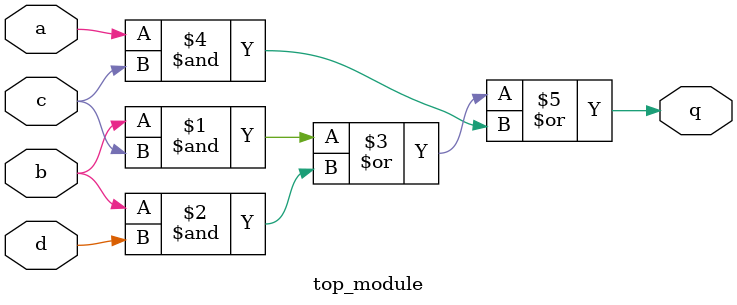
<source format=sv>
module top_module (
    input a, 
    input b, 
    input c, 
    input d,
    output q
);

    assign q = (b & c) | (b & d) | (a & c);

endmodule

</source>
